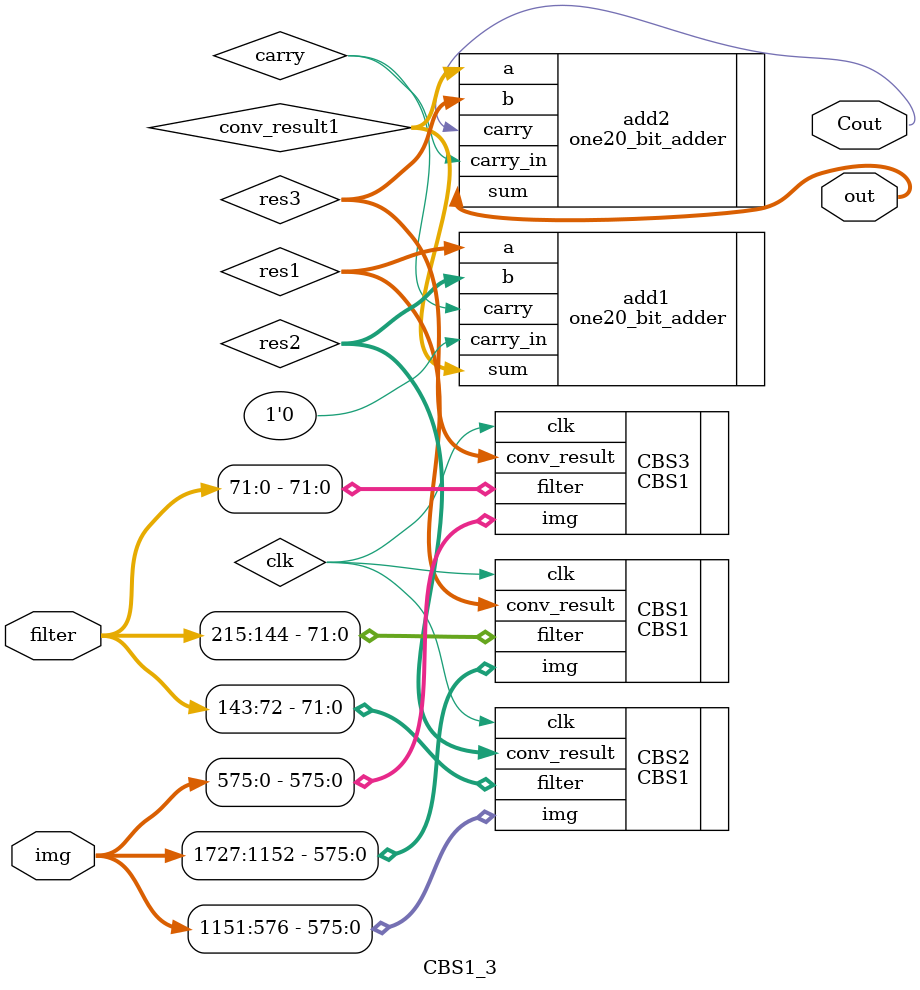
<source format=v>
`timescale 1ns / 1ps


module CBS1_3(
    input [1727:0]img,
    input [215:0]filter,
    output [119:0]out,
    output Cout
    );
    wire [119:0] res1,res2,res3;
    wire [119:0]conv_result1;
    wire carry;
    CBS1 CBS1(
        .img(img[1727:1152]),
        .filter(filter[215:144]),
        .clk(clk),
        .conv_result(res1[119:0])
    );
    CBS1 CBS2(
        .img(img[1151:576]),
        .filter(filter[143:72]),
        .clk(clk),
        .conv_result(res2[119:0])
    );
    CBS1 CBS3(
        .img(img[575:0]),
        .filter(filter[71:0]),
        .clk(clk),
        .conv_result(res3[119:0])
    );

    one20_bit_adder add1(
        .a(res1[119:0]),
        .b(res2[119:0]),
        .carry_in(1'b0),
        .sum(conv_result1[119:0]),
        .carry(carry)
    );
    one20_bit_adder add2(
        .a(conv_result1[119:0]),
        .b(res3[119:0]),
        .carry_in(carry),
        .sum(out[119:0]),
        .carry(Cout)
    );
endmodule

</source>
